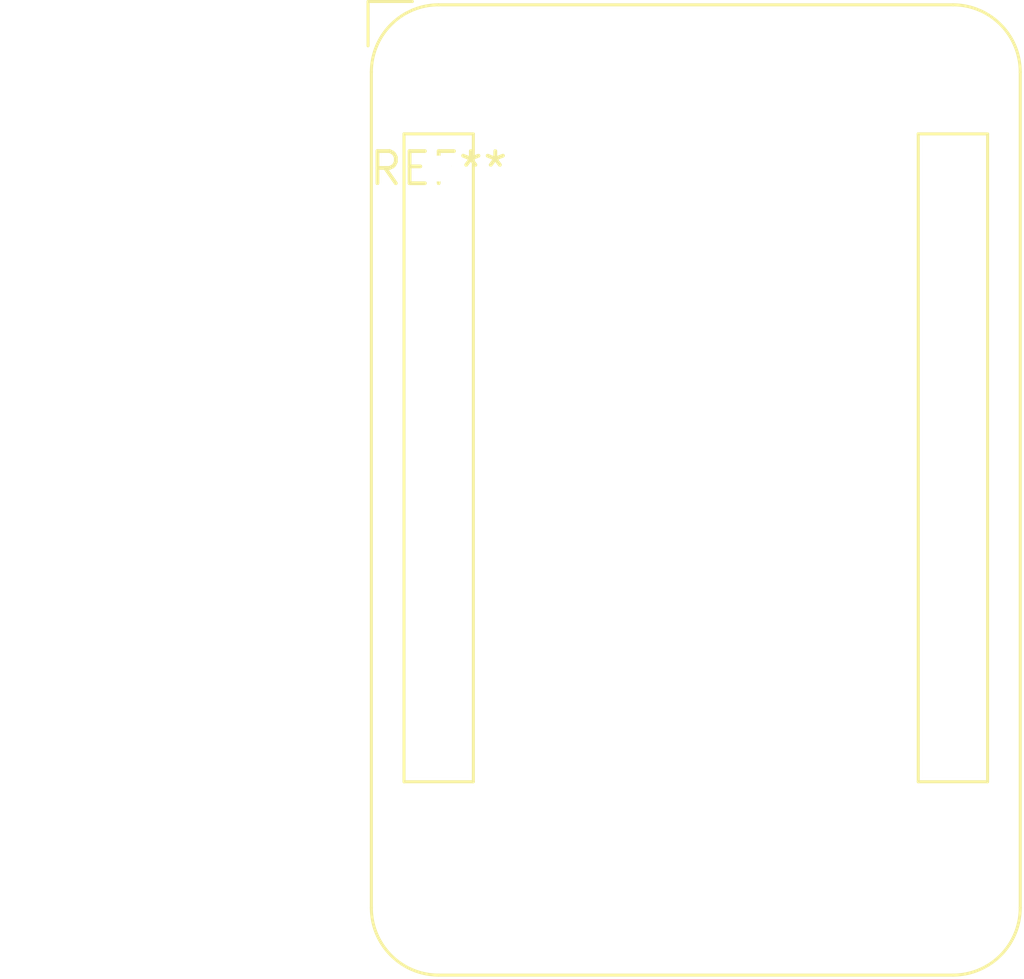
<source format=kicad_pcb>
(kicad_pcb (version 20240108) (generator pcbnew)
  (layers (0 "F.Cu" signal) (31 "B.Cu" signal) (34 "B.Paste" user) (35 "F.Paste" user) (36 "B.SilkS" user "B.Silkscreen") (37 "F.SilkS" user "F.Silkscreen") (38 "B.Mask" user) (39 "F.Mask" user) (44 "Edge.Cuts" user))
  (net 0 "")
  (footprint "Adafruit_HUZZAH_ESP8266_breakout" (layer "F.Cu") (at 0 0)
    (property "Reference" "REF**")
    (property "Value" "Adafruit_HUZZAH_ESP8266_breakout")
    (fp_line (start -2.79 -6.6) (end -1.04 -6.6) (layer "F.SilkS") (stroke (width 0.12)))
    (fp_line (start -2.79 -4.85) (end -2.79 -6.6) (layer "F.SilkS") (stroke (width 0.12)))
    (fp_line (start -2.66 -3.81) (end -2.66 29.21) (layer "F.SilkS") (stroke (width 0.12)))
    (fp_line (start -1.37 -1.37) (end -1.37 24.23) (layer "F.SilkS") (stroke (width 0.12)))
    (fp_line (start -1.37 24.23) (end 1.37 24.23) (layer "F.SilkS") (stroke (width 0.12)))
    (fp_line (start 0 -6.47) (end 20.32 -6.47) (layer "F.SilkS") (stroke (width 0.12)))
    (fp_line (start 0 31.87) (end 20.32 31.87) (layer "F.SilkS") (stroke (width 0.12)))
    (fp_line (start 1.37 -1.37) (end -1.37 -1.37) (layer "F.SilkS") (stroke (width 0.12)))
    (fp_line (start 1.37 24.23) (end 1.37 -1.37) (layer "F.SilkS") (stroke (width 0.12)))
    (fp_line (start 18.95 -1.37) (end 18.95 24.23) (layer "F.SilkS") (stroke (width 0.12)))
    (fp_line (start 18.95 24.23) (end 21.69 24.23) (layer "F.SilkS") (stroke (width 0.12)))
    (fp_line (start 21.69 -1.37) (end 18.95 -1.37) (layer "F.SilkS") (stroke (width 0.12)))
    (fp_line (start 21.69 24.23) (end 21.69 -1.37) (layer "F.SilkS") (stroke (width 0.12)))
    (fp_line (start 22.98 -3.81) (end 22.98 29.21) (layer "F.SilkS") (stroke (width 0.12)))
    (fp_arc (start -2.66 -3.81) (mid -1.880904 -5.690904) (end 0 -6.47) (layer "F.SilkS") (stroke (width 0.12)))
    (fp_arc (start 0 31.87) (mid -1.880904 31.090904) (end -2.66 29.21) (layer "F.SilkS") (stroke (width 0.12)))
    (fp_arc (start 20.32 -6.47) (mid 22.200904 -5.690904) (end 22.98 -3.81) (layer "F.SilkS") (stroke (width 0.12)))
    (fp_arc (start 22.98 29.21) (mid 22.200904 31.090904) (end 20.32 31.87) (layer "F.SilkS") (stroke (width 0.12)))
    (pad "1" thru_hole rect (at 0 0) (size 2.1 1.9) (drill 1.02) (layers *.Cu *.Mask) (remove_unused_layers))
    (pad "2" thru_hole oval (at 0 2.54) (size 2.1 1.9) (drill 1.02) (layers *.Cu *.Mask) (remove_unused_layers))
    (pad "3" thru_hole oval (at 0 5.08) (size 2.1 1.9) (drill 1.02) (layers *.Cu *.Mask) (remove_unused_layers))
    (pad "4" thru_hole oval (at 0 7.62) (size 2.1 1.9) (drill 1.02) (layers *.Cu *.Mask) (remove_unused_layers))
    (pad "5" thru_hole oval (at 0 10.16) (size 2.1 1.9) (drill 1.02) (layers *.Cu *.Mask) (remove_unused_layers))
    (pad "6" thru_hole oval (at 0 12.7) (size 2.1 1.9) (drill 1.02) (layers *.Cu *.Mask) (remove_unused_layers))
    (pad "7" thru_hole oval (at 0 15.24) (size 2.1 1.9) (drill 1.02) (layers *.Cu *.Mask) (remove_unused_layers))
    (pad "8" thru_hole oval (at 0 17.78) (size 2.1 1.9) (drill 1.02) (layers *.Cu *.Mask) (remove_unused_layers))
    (pad "9" thru_hole oval (at 0 20.32) (size 2.1 1.9) (drill 1.02) (layers *.Cu *.Mask) (remove_unused_layers))
    (pad "10" thru_hole oval (at 0 22.86) (size 2.1 1.9) (drill 1.02) (layers *.Cu *.Mask) (remove_unused_layers))
    (pad "11" thru_hole oval (at 20.32 22.86) (size 2.1 1.9) (drill 1.02) (layers *.Cu *.Mask) (remove_unused_layers))
    (pad "12" thru_hole oval (at 20.32 20.32) (size 2.1 1.9) (drill 1.02) (layers *.Cu *.Mask) (remove_unused_layers))
    (pad "13" thru_hole oval (at 20.32 17.78) (size 2.1 1.9) (drill 1.02) (layers *.Cu *.Mask) (remove_unused_layers))
    (pad "14" thru_hole oval (at 20.32 15.24) (size 2.1 1.9) (drill 1.02) (layers *.Cu *.Mask) (remove_unused_layers))
    (pad "15" thru_hole oval (at 20.32 12.7) (size 2.1 1.9) (drill 1.02) (layers *.Cu *.Mask) (remove_unused_layers))
    (pad "16" thru_hole oval (at 20.32 10.16) (size 2.1 1.9) (drill 1.02) (layers *.Cu *.Mask) (remove_unused_layers))
    (pad "17" thru_hole oval (at 20.32 7.62) (size 2.1 1.9) (drill 1.02) (layers *.Cu *.Mask) (remove_unused_layers))
    (pad "18" thru_hole oval (at 20.32 5.08) (size 2.1 1.9) (drill 1.02) (layers *.Cu *.Mask) (remove_unused_layers))
    (pad "19" thru_hole oval (at 20.32 2.54) (size 2.1 1.9) (drill 1.02) (layers *.Cu *.Mask) (remove_unused_layers))
    (pad "20" thru_hole oval (at 20.32 0) (size 2.1 1.9) (drill 1.02) (layers *.Cu *.Mask) (remove_unused_layers))
  )
)
</source>
